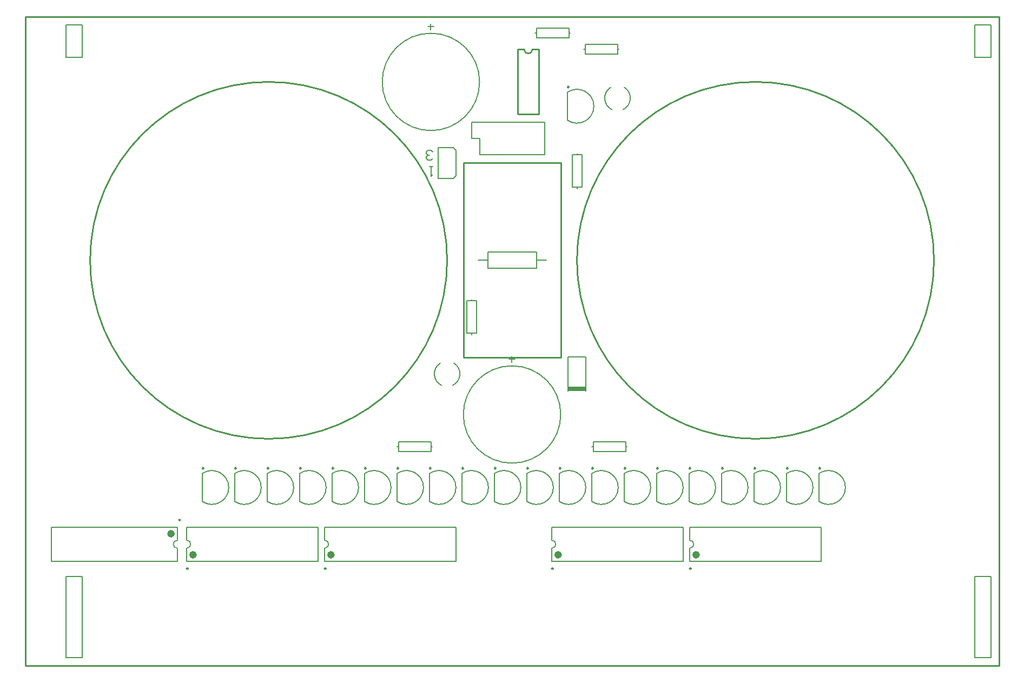
<source format=gto>
G04 Layer_Color=65535*
%FSLAX25Y25*%
%MOIN*%
G70*
G01*
G75*
%ADD12C,0.01000*%
%ADD32C,0.02362*%
%ADD33C,0.00984*%
%ADD34C,0.00787*%
%ADD35C,0.00591*%
%ADD36R,0.11024X0.03150*%
D12*
X760000Y300000D02*
G03*
X760000Y300000I-110000J0D01*
G01*
X460000D02*
G03*
X460000Y300000I-110000J0D01*
G01*
X507500Y430000D02*
G03*
X512500Y430000I2500J0D01*
G01*
X200000Y50000D02*
Y450000D01*
Y50000D02*
X800000D01*
Y450000D01*
X200000D02*
X800000D01*
X500000Y360000D02*
X530000D01*
Y240000D02*
Y360000D01*
X470000Y240000D02*
X530000D01*
X470000D02*
Y360000D01*
X500000D01*
X503500Y390000D02*
Y430000D01*
Y390000D02*
X516500D01*
Y430000D01*
X512500D02*
X516500D01*
X503500D02*
X507500D01*
D32*
X304567Y118504D02*
G03*
X304567Y118504I-1181J0D01*
G01*
X389567D02*
G03*
X389567Y118504I-1181J0D01*
G01*
X529567D02*
G03*
X529567Y118504I-1181J0D01*
G01*
X614567D02*
G03*
X614567Y118504I-1181J0D01*
G01*
X291024Y131496D02*
G03*
X291024Y131496I-1181J0D01*
G01*
D33*
X300374Y110000D02*
G03*
X300374Y110000I-492J0D01*
G01*
X385374D02*
G03*
X385374Y110000I-492J0D01*
G01*
X525374D02*
G03*
X525374Y110000I-492J0D01*
G01*
X610374D02*
G03*
X610374Y110000I-492J0D01*
G01*
X310094Y171823D02*
G03*
X310094Y171823I-492J0D01*
G01*
X490095D02*
G03*
X490095Y171823I-492J0D01*
G01*
X470094D02*
G03*
X470094Y171823I-492J0D01*
G01*
X450095D02*
G03*
X450095Y171823I-492J0D01*
G01*
X535094Y406823D02*
G03*
X535094Y406823I-492J0D01*
G01*
X430094Y171823D02*
G03*
X430094Y171823I-492J0D01*
G01*
X410094D02*
G03*
X410094Y171823I-492J0D01*
G01*
X390094D02*
G03*
X390094Y171823I-492J0D01*
G01*
X370094D02*
G03*
X370094Y171823I-492J0D01*
G01*
X350095D02*
G03*
X350095Y171823I-492J0D01*
G01*
X330095D02*
G03*
X330095Y171823I-492J0D01*
G01*
X295610Y140000D02*
G03*
X295610Y140000I-492J0D01*
G01*
X510094Y171823D02*
G03*
X510094Y171823I-492J0D01*
G01*
X690095D02*
G03*
X690095Y171823I-492J0D01*
G01*
X670094D02*
G03*
X670094Y171823I-492J0D01*
G01*
X650095D02*
G03*
X650095Y171823I-492J0D01*
G01*
X630094D02*
G03*
X630094Y171823I-492J0D01*
G01*
X610094D02*
G03*
X610094Y171823I-492J0D01*
G01*
X590095D02*
G03*
X590095Y171823I-492J0D01*
G01*
X570094D02*
G03*
X570094Y171823I-492J0D01*
G01*
X550095D02*
G03*
X550095Y171823I-492J0D01*
G01*
X530094D02*
G03*
X530094Y171823I-492J0D01*
G01*
D34*
X299449Y122500D02*
G03*
X299449Y127500I0J2500D01*
G01*
X384449Y122500D02*
G03*
X384449Y127500I0J2500D01*
G01*
X524449Y122500D02*
G03*
X524449Y127500I0J2500D01*
G01*
X609449Y122500D02*
G03*
X609449Y127500I0J2500D01*
G01*
X568274Y392839D02*
G03*
X569232Y406640I-3274J7161D01*
G01*
X560768D02*
G03*
X561726Y392839I4232J-6640D01*
G01*
X530000Y205000D02*
G03*
X530000Y205000I-30000J0D01*
G01*
X309016Y151454D02*
G03*
X309016Y168546I5984J8546D01*
G01*
X489016Y151454D02*
G03*
X489016Y168546I5984J8546D01*
G01*
X469016Y151454D02*
G03*
X469016Y168546I5984J8546D01*
G01*
X449016Y151454D02*
G03*
X449016Y168546I5984J8546D01*
G01*
X534016Y386454D02*
G03*
X534016Y403546I5984J8546D01*
G01*
X429016Y151454D02*
G03*
X429016Y168546I5984J8546D01*
G01*
X409016Y151454D02*
G03*
X409016Y168546I5984J8546D01*
G01*
X389016Y151454D02*
G03*
X389016Y168546I5984J8546D01*
G01*
X480000Y410000D02*
G03*
X480000Y410000I-30000J0D01*
G01*
X463274Y222839D02*
G03*
X464232Y236640I-3274J7161D01*
G01*
X455768D02*
G03*
X456726Y222839I4232J-6640D01*
G01*
X369016Y151454D02*
G03*
X369016Y168546I5984J8546D01*
G01*
X349016Y151454D02*
G03*
X349016Y168546I5984J8546D01*
G01*
X329016Y151454D02*
G03*
X329016Y168546I5984J8546D01*
G01*
X293779Y127500D02*
G03*
X293779Y122500I0J-2500D01*
G01*
X509016Y151454D02*
G03*
X509016Y168546I5984J8546D01*
G01*
X689016Y151454D02*
G03*
X689016Y168546I5984J8546D01*
G01*
X669016Y151454D02*
G03*
X669016Y168546I5984J8546D01*
G01*
X649016Y151454D02*
G03*
X649016Y168546I5984J8546D01*
G01*
X629016Y151454D02*
G03*
X629016Y168546I5984J8546D01*
G01*
X609016Y151454D02*
G03*
X609016Y168546I5984J8546D01*
G01*
X589016Y151454D02*
G03*
X589016Y168546I5984J8546D01*
G01*
X569016Y151454D02*
G03*
X569016Y168546I5984J8546D01*
G01*
X549016Y151454D02*
G03*
X549016Y168546I5984J8546D01*
G01*
X529016Y151454D02*
G03*
X529016Y168546I5984J8546D01*
G01*
X380551Y114567D02*
Y135433D01*
X299449Y127500D02*
Y135433D01*
Y114567D02*
Y122500D01*
Y135433D02*
X380551D01*
X299449Y114567D02*
X380551D01*
X465551D02*
Y135433D01*
X384449Y127500D02*
Y135433D01*
Y114567D02*
Y122500D01*
Y135433D02*
X465551D01*
X384449Y114567D02*
X465551D01*
X605551D02*
Y135433D01*
X524449Y127500D02*
Y135433D01*
Y114567D02*
Y122500D01*
Y135433D02*
X605551D01*
X524449Y114567D02*
X605551D01*
X690551D02*
Y135433D01*
X609449Y127500D02*
Y135433D01*
Y114567D02*
Y122500D01*
Y135433D02*
X690551D01*
X609449Y114567D02*
X690551D01*
X450000Y185000D02*
Y188000D01*
X430000D02*
X450000D01*
X430000Y182000D02*
Y188000D01*
Y182000D02*
X450000D01*
Y185000D01*
X429100D02*
X430000D01*
X450000D02*
X450900D01*
X540000Y345000D02*
X543000D01*
Y365000D01*
X537000D02*
X543000D01*
X537000Y345000D02*
Y365000D01*
Y345000D02*
X540000D01*
Y365000D02*
Y365900D01*
Y344100D02*
Y345000D01*
X520000Y365000D02*
Y385000D01*
X475000D02*
X520000D01*
X475000Y375000D02*
Y385000D01*
Y375000D02*
X480000D01*
Y365000D02*
Y375000D01*
Y365000D02*
X520000D01*
X565000Y430000D02*
Y433000D01*
X545000D02*
X565000D01*
X545000Y427000D02*
Y433000D01*
Y427000D02*
X565000D01*
Y430000D01*
X544100D02*
X545000D01*
X565000D02*
X565900D01*
X309016Y151454D02*
Y168546D01*
X535000Y440000D02*
Y443000D01*
X515000D02*
X535000D01*
X515000Y437000D02*
Y443000D01*
Y437000D02*
X535000D01*
Y440000D01*
X514100D02*
X515000D01*
X535000D02*
X535900D01*
X489016Y151454D02*
Y168546D01*
X469016Y151454D02*
Y168546D01*
X449016Y151454D02*
Y168546D01*
X479000Y300000D02*
X485000D01*
X515000D02*
X521000D01*
X485000Y295000D02*
Y305000D01*
X515000D01*
Y295000D02*
Y305000D01*
X485000Y295000D02*
X515000D01*
X534488Y240433D02*
X545512D01*
Y219567D02*
Y240433D01*
X534488Y219567D02*
Y240433D01*
X534016Y386454D02*
Y403546D01*
X429016Y151454D02*
Y168546D01*
X472000Y275000D02*
X475000D01*
X472000Y255000D02*
Y275000D01*
Y255000D02*
X478000D01*
Y275000D01*
X475000D02*
X478000D01*
X475000Y254100D02*
Y255000D01*
Y275000D02*
Y275900D01*
X409016Y151454D02*
Y168546D01*
X225000Y425000D02*
X235000D01*
X225000D02*
Y445000D01*
X235000D01*
Y425000D02*
Y445000D01*
X463819Y369488D02*
X465551Y367756D01*
X463819Y350512D02*
X465551Y352244D01*
X454449Y350551D02*
X463819D01*
X454449Y369449D02*
X463819D01*
X465551Y352244D02*
Y367756D01*
X454449Y350551D02*
Y369449D01*
X389016Y151454D02*
Y168546D01*
X369016Y151454D02*
Y168546D01*
X349016Y151454D02*
Y168546D01*
X785000Y425000D02*
X795000D01*
X785000D02*
Y445000D01*
X795000D01*
Y425000D02*
Y445000D01*
X329016Y151454D02*
Y168546D01*
X550000Y182000D02*
Y185000D01*
Y182000D02*
X570000D01*
Y188000D01*
X550000D02*
X570000D01*
X550000Y185000D02*
Y188000D01*
X570000Y185000D02*
X570900D01*
X549100D02*
X550000D01*
X216220Y114567D02*
Y135433D01*
X293779Y114567D02*
Y122500D01*
Y127500D02*
Y135433D01*
X216220Y114567D02*
X293779D01*
X216220Y135433D02*
X293779D01*
X509016Y151454D02*
Y168546D01*
X689016Y151454D02*
Y168546D01*
X669016Y151454D02*
Y168546D01*
X649016Y151454D02*
Y168546D01*
X629016Y151454D02*
Y168546D01*
X609016Y151454D02*
Y168546D01*
X589016Y151454D02*
Y168546D01*
X569016Y151454D02*
Y168546D01*
X549016Y151454D02*
Y168546D01*
X529016Y151454D02*
Y168546D01*
X785000Y55000D02*
X795000D01*
X785000D02*
Y105000D01*
X795000Y55000D02*
Y105000D01*
X785000D02*
X795000D01*
X225000Y55000D02*
X235000D01*
X225000D02*
Y105000D01*
X235000Y55000D02*
Y105000D01*
X225000D02*
X235000D01*
D35*
X499949Y237015D02*
Y240951D01*
X497981Y238983D02*
X501917D01*
X451043Y357815D02*
X449075D01*
X450059D01*
Y351911D01*
X451043Y352895D01*
Y362809D02*
X450059Y361825D01*
X448092D01*
X447108Y362809D01*
Y363793D01*
X448092Y364777D01*
X449075D01*
X448092D01*
X447108Y365760D01*
Y366744D01*
X448092Y367728D01*
X450059D01*
X451043Y366744D01*
X449949Y442015D02*
Y445951D01*
X447981Y443983D02*
X451917D01*
D36*
X539999Y220748D02*
D03*
M02*

</source>
